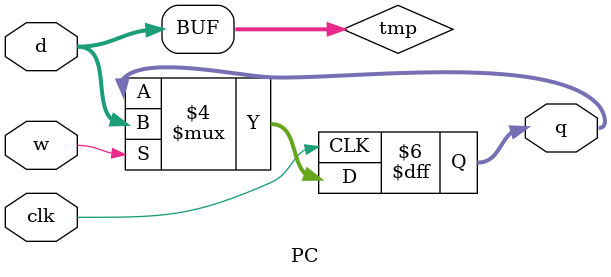
<source format=v>
module PC(clk,w,d,q);
    input clk,w;
    input[31:0]d;
    output reg[31:0]q;
    reg[31:0]tmp;
    initial begin
        q=0;tmp=0;
    end
    always@(posedge clk)
    begin
        # 1
        if (w) begin
            q <= tmp;
        end
    end
    always @(d)begin
        tmp<=d;
    end
endmodule

</source>
